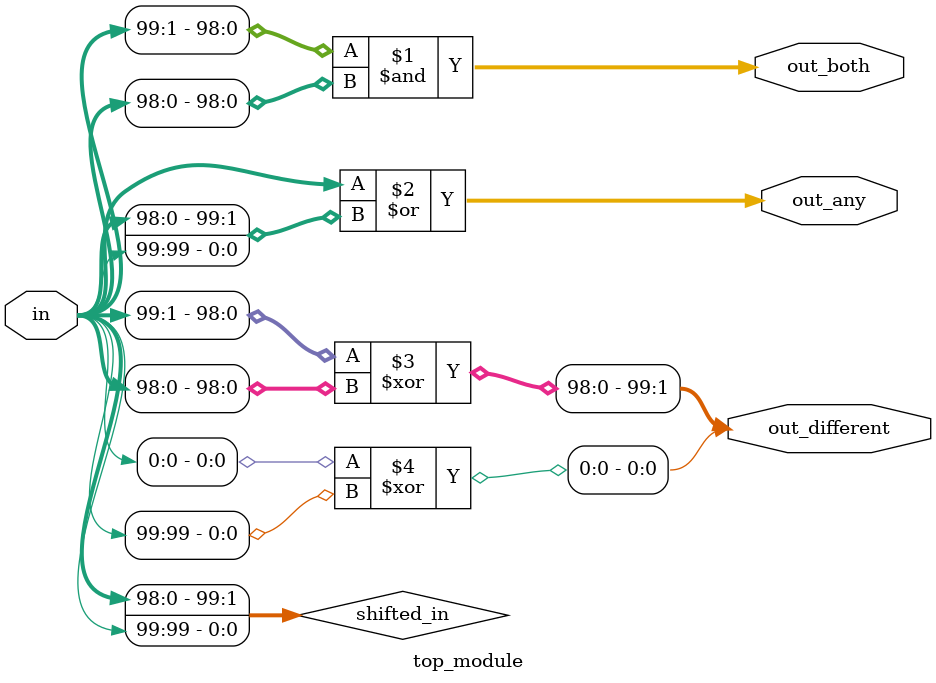
<source format=sv>
module top_module (
    input [99:0] in,
    output [98:0] out_both,
    output [99:0] out_any,
    output [99:0] out_different
);

    wire [99:0] shifted_in;
    assign shifted_in = {in[98:0], in[99]};

    assign out_both = in[99:1] & in[98:0];
    assign out_any = in | shifted_in;
    assign out_different[99:1] = in[99:1] ^ in[98:0];
    assign out_different[0] = in[0] ^ in[99];

endmodule

</source>
